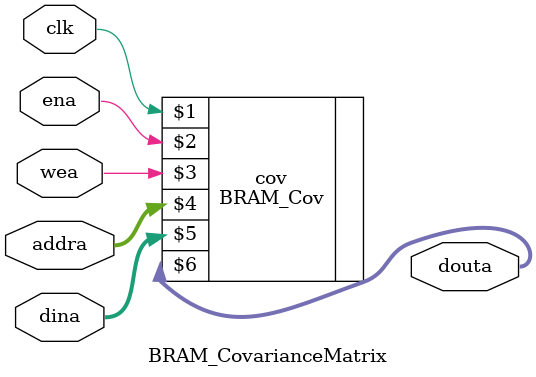
<source format=sv>
`timescale 1ns / 1ps

/*
    Project Name: PCA_Accelerator
    Target Devices: Xilinx Basys3 FPGA - cpg236
    Tool Versions: Vivado 2024.1

    Description:
    This configuration is intended for implementing the PCA_Accelerator project
    on the Xilinx Basys3 FPGA platform. It specifies the target device and the
    compatible tool version for synthesis and implementation.
*/

/*

------------------------------------ INBUILT VIVADO IP------------------------------------ 

This is a design implemented using Vivado's inbuilt IP Catalog. It is configured to the below parameters
1) Interface Type - Native
2) Memory Type - Single Port RAM
3) ECC Type - No ECC
4) Generate Memory Address of 32 bits - No
5) Write Width - 32 bits
6) Read Width - 32 bits
7) Write Depth - 4 bits
8) Read Depth - 4 bits
9) Init COE file loaded - No initialisation of memory
10) Vivado's expected latency = 2 clock cycles

--------------------------------------------------------------------------------------------

*/


module BRAM_CovarianceMatrix(
        input clk,
        input ena,
        input wea,
        input [1:0] addra,
        input [31:0] dina,
        output [31:0] douta
    );
    
      BRAM_Cov cov (
      clk,
      ena,
      wea,
      addra,
      dina,
      douta
    );
endmodule

</source>
